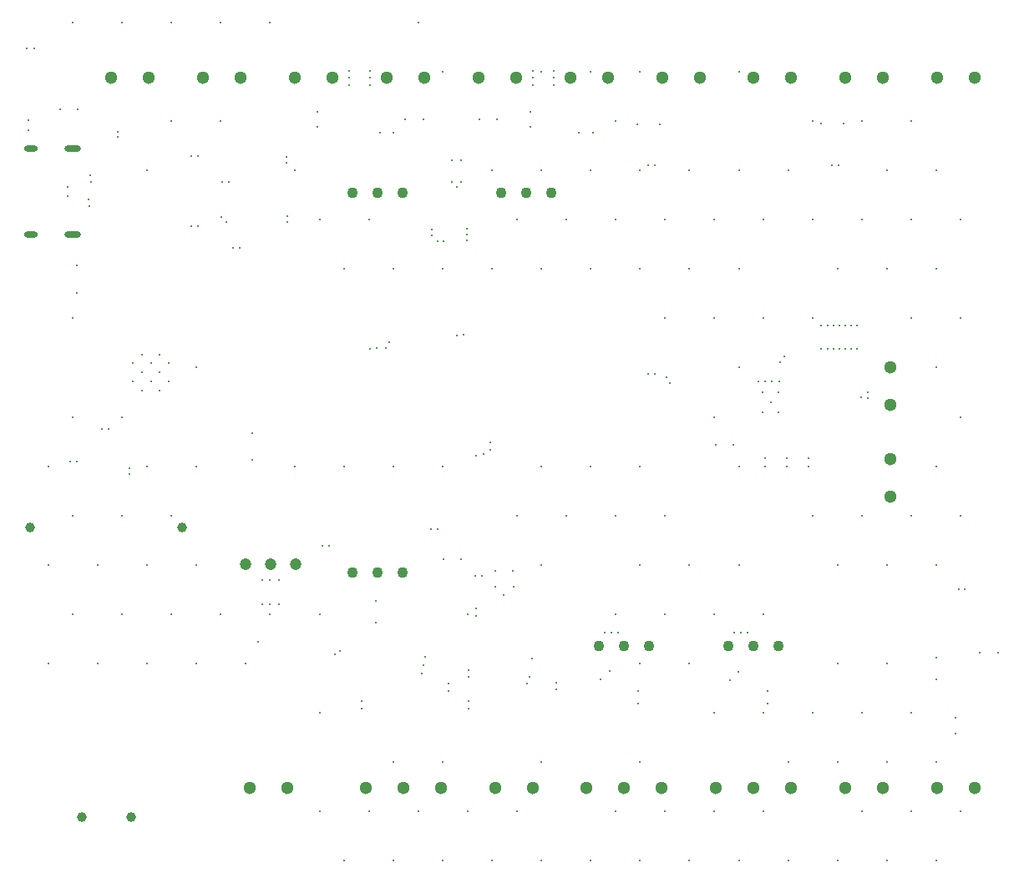
<source format=gbr>
%TF.GenerationSoftware,Altium Limited,Altium Designer,21.9.2 (33)*%
G04 Layer_Color=0*
%FSLAX45Y45*%
%MOMM*%
%TF.SameCoordinates,9F934031-F859-43C4-9D29-15814C5376A4*%
%TF.FilePolarity,Positive*%
%TF.FileFunction,Plated,1,4,PTH,Drill*%
%TF.Part,Single*%
G01*
G75*
%TA.AperFunction,ComponentDrill*%
%ADD109C,1.10000*%
%ADD110C,1.30000*%
%ADD111O,1.70000X0.60000*%
%ADD112O,1.40000X0.60000*%
%ADD113C,1.30000*%
%ADD114C,1.20000*%
%ADD115C,1.00000*%
%TA.AperFunction,ViaDrill,NotFilled*%
%ADD116C,0.20000*%
%ADD117C,0.30000*%
D109*
X-616000Y-3130000D02*
D03*
X-1124000D02*
D03*
X-870000D02*
D03*
X-3176000Y1461000D02*
D03*
X-2922000D02*
D03*
X-3430000D02*
D03*
X-1926000Y-3130000D02*
D03*
X-2434000D02*
D03*
X-2180000D02*
D03*
X-4684000Y-2389000D02*
D03*
X-4430000D02*
D03*
X-4938000D02*
D03*
X-4684000Y1461000D02*
D03*
X-4430000D02*
D03*
X-4938000D02*
D03*
D110*
X993000Y2631000D02*
D03*
X1374000D02*
D03*
X63000D02*
D03*
X444000D02*
D03*
X-867000D02*
D03*
X-486000D02*
D03*
X-3658000D02*
D03*
X-3277000D02*
D03*
X-4588000D02*
D03*
X-4207000D02*
D03*
X-1797000D02*
D03*
X-1416000D02*
D03*
X-2727000D02*
D03*
X-2346000D02*
D03*
X-5518000D02*
D03*
X-5137000D02*
D03*
X-6068000D02*
D03*
X-6449000D02*
D03*
X-6998000D02*
D03*
X-7379000D02*
D03*
X-1251000Y-4569000D02*
D03*
X-870000D02*
D03*
X-489000D02*
D03*
X-2560000D02*
D03*
X-2179000D02*
D03*
X-1798000D02*
D03*
X-5598000D02*
D03*
X-5979000D02*
D03*
X1371000D02*
D03*
X990000D02*
D03*
X441497D02*
D03*
X60497D02*
D03*
X-4800000D02*
D03*
X-4419000D02*
D03*
X-4038000D02*
D03*
X-3108503D02*
D03*
X-3489503D02*
D03*
D111*
X-7771800Y1045500D02*
D03*
Y1909500D02*
D03*
D112*
X-8189800Y1045500D02*
D03*
Y1909500D02*
D03*
D113*
X522000Y-690000D02*
D03*
Y-309000D02*
D03*
Y-1621000D02*
D03*
Y-1240000D02*
D03*
D114*
X-6014000Y-2299000D02*
D03*
X-5760000D02*
D03*
X-5506000D02*
D03*
D115*
X-6658000Y-1929000D02*
D03*
X-8198000D02*
D03*
X-7178000Y-4869000D02*
D03*
X-7678000D02*
D03*
D116*
X-3400000Y-2620000D02*
D03*
X-3300000Y-2530000D02*
D03*
X-3490000D02*
D03*
X-3770000Y980000D02*
D03*
Y1040000D02*
D03*
Y1100000D02*
D03*
X-4200000Y-3240000D02*
D03*
X-3620000Y-2420000D02*
D03*
X-3690000D02*
D03*
X-5110000Y-3220000D02*
D03*
X-5170000Y-2120000D02*
D03*
X-5060000Y-3180000D02*
D03*
X-5238500Y-2118500D02*
D03*
X-7310000Y2030000D02*
D03*
Y2080000D02*
D03*
X-4758000Y-119000D02*
D03*
X-600000Y-250000D02*
D03*
X-180000Y-120000D02*
D03*
X-120000D02*
D03*
X-610000Y-450000D02*
D03*
X-680000D02*
D03*
X-750000D02*
D03*
X-820000D02*
D03*
X0Y120000D02*
D03*
X-60000D02*
D03*
X-120000D02*
D03*
X60000D02*
D03*
X120000D02*
D03*
X180000D02*
D03*
X-180000D02*
D03*
X180000Y-120000D02*
D03*
X-60000D02*
D03*
X120000D02*
D03*
X60000D02*
D03*
X0D02*
D03*
X-1070000Y-1090000D02*
D03*
X-1250000D02*
D03*
X-314000Y-1229000D02*
D03*
Y-1309000D02*
D03*
X-534000Y-1229000D02*
D03*
Y-1309000D02*
D03*
X-754000D02*
D03*
Y-1229000D02*
D03*
X1276000Y-2559000D02*
D03*
X1216000D02*
D03*
X1614000Y-3199000D02*
D03*
X1426000D02*
D03*
X986000Y-3249000D02*
D03*
Y-3469000D02*
D03*
X1180000Y-3859000D02*
D03*
Y-4019000D02*
D03*
X-1020000Y-3399000D02*
D03*
X-1110000Y-3479000D02*
D03*
X-730000Y-3589000D02*
D03*
Y-3719000D02*
D03*
X-2040000D02*
D03*
Y-3589000D02*
D03*
X-2420000Y-3469000D02*
D03*
X-2330000Y-3389000D02*
D03*
X-3110000Y-3264001D02*
D03*
X-3680000Y-2829000D02*
D03*
Y-2749000D02*
D03*
X-3310000Y-2369000D02*
D03*
X-3490000D02*
D03*
X-3830000Y-2249000D02*
D03*
X-4010000D02*
D03*
X-4700000Y-2899000D02*
D03*
Y-2679000D02*
D03*
X-3755001Y-3689000D02*
D03*
Y-3769001D02*
D03*
X-4840000Y-3769000D02*
D03*
Y-3689000D02*
D03*
X-4130000Y1031000D02*
D03*
X-4070000Y971000D02*
D03*
X-4010000D02*
D03*
X-4130000Y1091000D02*
D03*
X-3930000Y1571000D02*
D03*
Y1791000D02*
D03*
X-3830000D02*
D03*
Y1571000D02*
D03*
X-3878000Y1520000D02*
D03*
X-5950000Y-970000D02*
D03*
X-5950001Y-1248000D02*
D03*
X41999Y2164500D02*
D03*
X-188001D02*
D03*
X-2048000Y2160000D02*
D03*
X-1818000D02*
D03*
X-2498000Y2070000D02*
D03*
X-2638000D02*
D03*
X-3128000Y2130000D02*
D03*
Y2290000D02*
D03*
X-3468000Y2210000D02*
D03*
X-3648000D02*
D03*
X-4218000D02*
D03*
X-4398000D02*
D03*
X-4518000Y2070000D02*
D03*
X-4658000D02*
D03*
X-5292000Y2132000D02*
D03*
X-5288000Y2290000D02*
D03*
X-5599000Y1831000D02*
D03*
Y1771000D02*
D03*
X-5598000Y1170000D02*
D03*
Y1230000D02*
D03*
X-8158000Y2930000D02*
D03*
X-8238000D02*
D03*
X-7898001Y2312000D02*
D03*
X-7718000Y2310000D02*
D03*
X-8218000Y2100000D02*
D03*
Y2200000D02*
D03*
X-7728001Y452000D02*
D03*
X-7728000Y730000D02*
D03*
X-7069821Y-174700D02*
D03*
X-6886321D02*
D03*
X-6794500Y-266521D02*
D03*
Y-450021D02*
D03*
X-6886321Y-541700D02*
D03*
X-7069821D02*
D03*
X-7161500Y-450021D02*
D03*
Y-266521D02*
D03*
X-6978000D02*
D03*
Y-450021D02*
D03*
X-7069821Y-358200D02*
D03*
X-6886321D02*
D03*
X-7198000Y-1390000D02*
D03*
Y-1330000D02*
D03*
X-7728000Y-1260000D02*
D03*
X-7798000D02*
D03*
X-5678000Y-2460000D02*
D03*
X-5848000D02*
D03*
X-5768000D02*
D03*
Y-2710000D02*
D03*
X-5848000D02*
D03*
X-5678000D02*
D03*
X-5888000Y-3090000D02*
D03*
X291955Y-616744D02*
D03*
X-78000Y1741000D02*
D03*
X-3108045Y2701000D02*
D03*
Y2631000D02*
D03*
Y2561000D02*
D03*
X-2896955Y2701000D02*
D03*
Y2631000D02*
D03*
Y2561000D02*
D03*
X-4756955D02*
D03*
Y2631000D02*
D03*
Y2701000D02*
D03*
X-4968045Y2561000D02*
D03*
Y2631000D02*
D03*
Y2701000D02*
D03*
X-1068045Y-2996744D02*
D03*
X-998045D02*
D03*
X-928045D02*
D03*
X-2238045D02*
D03*
X-2308045D02*
D03*
X-2378045D02*
D03*
X-2868045Y-3576744D02*
D03*
X-3168045Y-3516744D02*
D03*
X-2868045Y-3506744D02*
D03*
X-3140000Y-3450000D02*
D03*
X-3958045Y-3586744D02*
D03*
X-4230000Y-3410000D02*
D03*
X-3958045Y-3516744D02*
D03*
X-4218045Y-3326744D02*
D03*
X291955Y-556744D02*
D03*
X221955Y-606744D02*
D03*
X-558000Y-199000D02*
D03*
X-7818045Y1433256D02*
D03*
Y1523256D02*
D03*
X-7595545Y1640756D02*
D03*
X-7600545Y1325756D02*
D03*
X-7608045Y1393256D02*
D03*
X-7588045Y1573256D02*
D03*
X-1938000Y1741001D02*
D03*
X-6571704Y1835817D02*
D03*
X-6571800Y1125500D02*
D03*
X-6497076Y1126795D02*
D03*
X-6496980Y1837112D02*
D03*
X-6211800Y1165500D02*
D03*
X-6261800Y1215500D02*
D03*
X-7408000Y-929000D02*
D03*
X-7478000D02*
D03*
X-3608000Y-1189000D02*
D03*
X-3538000Y-1139000D02*
D03*
X-4688000Y-109000D02*
D03*
X-3678000Y-1199000D02*
D03*
X-4598000Y-109000D02*
D03*
X-3538000Y-1069000D02*
D03*
X-4558000Y-49000D02*
D03*
X-1748000Y-409000D02*
D03*
X-1868000Y-369000D02*
D03*
X-1937349Y-369057D02*
D03*
X-1868000Y1741000D02*
D03*
X-8000D02*
D03*
X-1718000Y-469000D02*
D03*
X-3758000Y-3379000D02*
D03*
X-4068000Y-1949000D02*
D03*
X-4138000D02*
D03*
X-3758000Y-3449000D02*
D03*
X-3809000Y22000D02*
D03*
X-3878000Y21000D02*
D03*
X-6074928Y906355D02*
D03*
X-6142273Y906385D02*
D03*
X-6188000Y1571000D02*
D03*
X-6258000D02*
D03*
D117*
X982000Y1691000D02*
D03*
X1232000Y1191000D02*
D03*
X982000Y691000D02*
D03*
X1232000Y191000D02*
D03*
X982000Y-309000D02*
D03*
X1232000Y-809000D02*
D03*
X982000Y-1309000D02*
D03*
X1232000Y-1809000D02*
D03*
X982000Y-2309000D02*
D03*
Y-4309000D02*
D03*
X1232000Y-4809000D02*
D03*
X982000Y-5309000D02*
D03*
X732000Y2191000D02*
D03*
X482000Y1691000D02*
D03*
X732000Y1191000D02*
D03*
X482000Y691000D02*
D03*
X732000Y191000D02*
D03*
Y-1809000D02*
D03*
X482000Y-2309000D02*
D03*
Y-3309000D02*
D03*
X732000Y-3809000D02*
D03*
X482000Y-4309000D02*
D03*
X732000Y-4809000D02*
D03*
X482000Y-5309000D02*
D03*
X232000Y2191000D02*
D03*
Y1191000D02*
D03*
X-18000Y691000D02*
D03*
X232000Y-1809000D02*
D03*
X-18000Y-2309000D02*
D03*
Y-3309000D02*
D03*
X232000Y-3809000D02*
D03*
X-18000Y-4309000D02*
D03*
X232000Y-4809000D02*
D03*
X-18000Y-5309000D02*
D03*
X-268000Y2191000D02*
D03*
X-518000Y1691000D02*
D03*
X-268000Y1191000D02*
D03*
Y191000D02*
D03*
Y-1809000D02*
D03*
Y-3809000D02*
D03*
X-518000Y-4309000D02*
D03*
Y-5309000D02*
D03*
X-1018000Y2691000D02*
D03*
Y1691000D02*
D03*
X-768000Y1191000D02*
D03*
X-1018000Y691000D02*
D03*
X-768000Y191000D02*
D03*
X-1018000Y-309000D02*
D03*
Y-1309000D02*
D03*
Y-2309000D02*
D03*
X-768000Y-2809000D02*
D03*
Y-3809000D02*
D03*
Y-4809000D02*
D03*
X-1018000Y-5309000D02*
D03*
X-1518000Y1691000D02*
D03*
X-1268000Y1191000D02*
D03*
X-1518000Y691000D02*
D03*
X-1268000Y191000D02*
D03*
Y-809000D02*
D03*
X-1518000Y-2309000D02*
D03*
X-1268000Y-2809000D02*
D03*
X-1518000Y-3309000D02*
D03*
X-1268000Y-3809000D02*
D03*
Y-4809000D02*
D03*
X-1518000Y-5309000D02*
D03*
X-2018000Y2691000D02*
D03*
Y1691000D02*
D03*
X-1768000Y1191000D02*
D03*
X-2018000Y691000D02*
D03*
X-1768000Y191000D02*
D03*
X-2018000Y-1309000D02*
D03*
X-1768000Y-1809000D02*
D03*
X-2018000Y-2309000D02*
D03*
X-1768000Y-2809000D02*
D03*
X-2018000Y-3309000D02*
D03*
Y-4309000D02*
D03*
X-1768000Y-4809000D02*
D03*
X-2018000Y-5309000D02*
D03*
X-2518000Y2691000D02*
D03*
X-2268000Y2191000D02*
D03*
X-2518000Y1691000D02*
D03*
X-2268000Y1191000D02*
D03*
X-2518000Y691000D02*
D03*
Y-1309000D02*
D03*
X-2268000Y-1809000D02*
D03*
Y-2809000D02*
D03*
Y-4809000D02*
D03*
X-2518000Y-5309000D02*
D03*
X-3018000Y2691000D02*
D03*
Y1691000D02*
D03*
X-2768000Y1191000D02*
D03*
X-3018000Y691000D02*
D03*
Y-1309000D02*
D03*
X-2768000Y-1809000D02*
D03*
X-3018000Y-2309000D02*
D03*
Y-4309000D02*
D03*
Y-5309000D02*
D03*
X-3518000Y1691000D02*
D03*
X-3268000Y1191000D02*
D03*
X-3518000Y691000D02*
D03*
X-3268000Y-1809000D02*
D03*
Y-4809000D02*
D03*
X-3518000Y-5309000D02*
D03*
X-4018000Y2691000D02*
D03*
Y691000D02*
D03*
Y-1309000D02*
D03*
X-3768000Y-2809000D02*
D03*
X-4018000Y-4309000D02*
D03*
X-3768000Y-4809000D02*
D03*
X-4018000Y-5309000D02*
D03*
X-4268000Y3191000D02*
D03*
X-4518000Y691000D02*
D03*
Y-1309000D02*
D03*
Y-4309000D02*
D03*
X-4268000Y-4809000D02*
D03*
X-4518000Y-5309000D02*
D03*
X-4768000Y1191000D02*
D03*
X-5018000Y691000D02*
D03*
Y-1309000D02*
D03*
X-4768000Y-4809000D02*
D03*
X-5018000Y-5309000D02*
D03*
X-5518000Y1691000D02*
D03*
X-5268000Y1191000D02*
D03*
X-5518000Y-1309000D02*
D03*
X-5268000Y-2809000D02*
D03*
Y-3809000D02*
D03*
Y-4809000D02*
D03*
X-5768000Y3191000D02*
D03*
Y-2809000D02*
D03*
X-6018000Y-3309000D02*
D03*
X-6268000Y3191000D02*
D03*
Y2191000D02*
D03*
X-6518000Y-309000D02*
D03*
Y-1309000D02*
D03*
Y-2309000D02*
D03*
X-6268000Y-2809000D02*
D03*
X-6518000Y-3309000D02*
D03*
X-6768000Y3191000D02*
D03*
Y2191000D02*
D03*
X-7018000Y1691000D02*
D03*
Y-1309000D02*
D03*
X-6768000Y-1809000D02*
D03*
X-7018000Y-2309000D02*
D03*
X-6768000Y-2809000D02*
D03*
X-7018000Y-3309000D02*
D03*
X-7268000Y3191000D02*
D03*
Y-809000D02*
D03*
Y-1809000D02*
D03*
X-7518000Y-2309000D02*
D03*
X-7268000Y-2809000D02*
D03*
X-7518000Y-3309000D02*
D03*
X-7768000Y3191000D02*
D03*
Y191000D02*
D03*
Y-809000D02*
D03*
X-8018000Y-1309000D02*
D03*
X-7768000Y-1809000D02*
D03*
X-8018000Y-2309000D02*
D03*
X-7768000Y-2809000D02*
D03*
X-8018000Y-3309000D02*
D03*
X-774000Y-559000D02*
D03*
X-614000Y-759000D02*
D03*
X-774000D02*
D03*
X-614000Y-559000D02*
D03*
X-694000Y-659000D02*
D03*
%TF.MD5,fc6e3df97854d1506ff824fd82f9ba26*%
M02*

</source>
